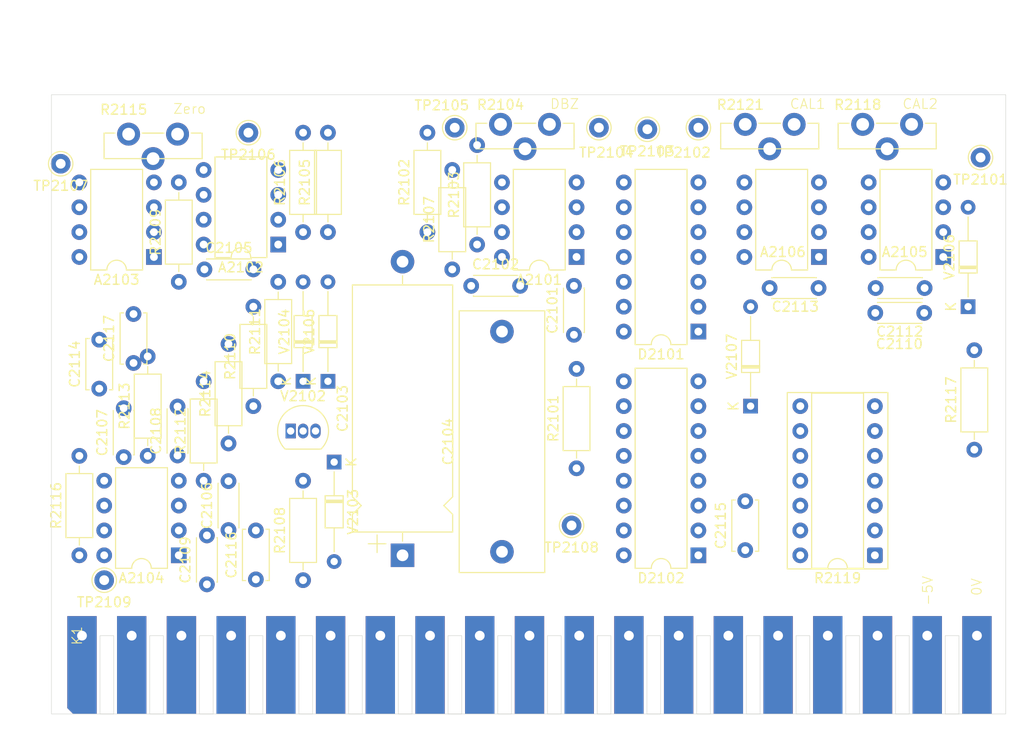
<source format=kicad_pcb>
(kicad_pcb (version 20241229) (generator "pcbnew") (generator_version "9.0")
  (title_block (title "PM2528 N21 (ADC Analog)") (date "2024-08-29") (rev "1.0"))
  (layers (0 "F.Cu" signal) (2 "B.Cu" signal) (5 "F.SilkS" user "F.Silkscreen") (7 "B.SilkS" user "B.Silkscreen") (1 "F.Mask" user) (3 "B.Mask" user) (25 "Edge.Cuts" user))
  (net 0 "")
  (net 1 "Net-(A2102-C{slash}B)")
  (net 2 "-15V")
  (net 3 "Net-(A2102-BAL)")
  (net 7 "-5V")
  (net 8 "Net-(V2101-1S)")
  (net 9 "Net-(V2101-2S)")
  (net 10 "+15V")
  (net 12 "Net-(A2105--)")
  (net 13 "Net-(V2106-A)")
  (net 15 "Net-(A2105-~{DISABLE})")
  (net 16 "Net-(A2105-+)")
  (net 17 "Net-(A2105-LOGIC_REFERENCE)")
  (net 18 "Net-(V2107-A)")
  (net 19 "Net-(A2106-LOGIC_REFERENCE)")
  (net 21 "Net-(A2106-+)")
  (net 22 "Net-(A2106-~{DISABLE})")
  (net 23 "Net-(C2111-Pad1)")
  (net 24 "Net-(D2101-Pad1)")
  (net 25 "Net-(A2101-+)")
  (net 26 "/xAZ")
  (net 27 "/xDN-")
  (net 28 "GND3")
  (net 29 "GND4")
  (net 30 "/xDN+")
  (net 31 "/xUP")
  (net 32 "+5V")
  (net 35 "Net-(R2119-Pad1)")
  (net 37 "Net-(V2107-K)")
  (net 38 "Net-(A2101--)")
  (net 39 "Net-(A2103-Pad6)")
  (net 40 "Net-(V2102-D)")
  (net 41 "Net-(V2102-G)")
  (net 42 "Net-(V2101-2G)")
  (net 47 "Net-(A2104-+)")
  (net 48 "Net-(A2104--)")
  (net 49 "Net-(A2104-BAL)")
  (net 50 "Net-(R2120-Pad2)")
  (net 51 "Net-(R2103-Pad1)")
  (net 52 "Net-(R2118-Pad1)")
  (net 53 "Net-(R2114-Pad2)")
  (net 57 "Net-(V2101-1G)")
  (net 58 "Net-(V2101-1D)")
  (net 59 "Net-(A2103--)")
  (net 63 "/+2VRef")
  (net 64 "/UP")
  (net 65 "/AZ")
  (net 66 "/DN-")
  (net 67 "/DN+")
  (net 68 "/INPUT")
  (net 69 "/COMP")
  (footprint "Resistor_THT:R_Axial_DIN0207_L6.3mm_D2.5mm_P10.16mm_Horizontal" (layer "F.Cu") (at 131.826 80.01 90)
    (property "Reference" "R2106" (at 5.08 -2.37 90) (layer "F.SilkS"))
    (property "Value" "82k5")
    (pad "1" thru_hole circle (at 0 0 90) (size 1.6 1.6) (drill 0.8) (layers "*.Cu" "*.Mask") (net 9 "Net-(V2101-2S)"))
    (pad "2" thru_hole oval (at 10.16 0 90) (size 1.6 1.6) (drill 0.8) (layers "*.Cu" "*.Mask") (net 2 "-15V"))
  )
  (footprint "Resistor_THT:R_Axial_DIN0207_L6.3mm_D2.5mm_P10.16mm_Horizontal" (layer "F.Cu") (at 134.366 80.01 90)
    (property "Reference" "R2105" (at 5.08 -2.37 90) (layer "F.SilkS"))
    (property "Value" "82k5")
    (pad "1" thru_hole circle (at 0 0 90) (size 1.6 1.6) (drill 0.8) (layers "*.Cu" "*.Mask") (net 8 "Net-(V2101-1S)"))
    (pad "2" thru_hole oval (at 10.16 0 90) (size 1.6 1.6) (drill 0.8) (layers "*.Cu" "*.Mask") (net 2 "-15V"))
  )
  (footprint "Diode_THT:D_DO-34_SOD68_P10.16mm_Horizontal" (layer "F.Cu") (at 135.001 103.505 -90)
    (property "Reference" "V2103" (at 5.08 -1.92 90) (layer "F.SilkS"))
    (property "Value" "BAW62")
    (fp_text user "K" (at 0 -1.75 90) (layer "F.SilkS"))
    (pad "1" thru_hole rect (at 0 0 270) (size 1.5 1.5) (drill 0.75) (layers "*.Cu" "*.Mask") (net 26 "/xAZ"))
    (pad "2" thru_hole oval (at 10.16 0 270) (size 1.5 1.5) (drill 0.75) (layers "*.Cu" "*.Mask") (net 41 "Net-(V2102-G)"))
  )
  (footprint "Connector_Pin:Pin_D1.0mm_L10.0mm" (layer "F.Cu") (at 111.506 115.57)
    (property "Reference" "TP2109" (at 0 2.25 0) (layer "F.SilkS"))
    (property "Value" "Comp")
    (pad "1" thru_hole circle (at 0 0) (size 2 2) (drill 1) (layers "*.Cu" "*.Mask") (net 69 "/COMP"))
  )
  (footprint "Package_DIP:DIP-14_W7.62mm" (layer "F.Cu") (at 172.212 90.17 180)
    (property "Reference" "D2101" (at 3.81 -2.33 0) (layer "F.SilkS"))
    (property "Value" "HEF4066")
    (pad "1" thru_hole rect (at 0 0 180) (size 1.6 1.6) (drill 0.8) (layers "*.Cu" "*.Mask") (net 24 "Net-(D2101-Pad1)"))
    (pad "2" thru_hole oval (at 0 2.54 180) (size 1.6 1.6) (drill 0.8) (layers "*.Cu" "*.Mask") (net 25 "Net-(A2101-+)"))
    (pad "3" thru_hole oval (at 0 5.08 180) (size 1.6 1.6) (drill 0.8) (layers "*.Cu" "*.Mask") (net 25 "Net-(A2101-+)"))
    (pad "4" thru_hole oval (at 0 7.62 180) (size 1.6 1.6) (drill 0.8) (layers "*.Cu" "*.Mask") (net 28 "GND3"))
    (pad "5" thru_hole oval (at 0 10.16 180) (size 1.6 1.6) (drill 0.8) (layers "*.Cu" "*.Mask") (net 26 "/xAZ"))
    (pad "6" thru_hole oval (at 0 12.7 180) (size 1.6 1.6) (drill 0.8) (layers "*.Cu" "*.Mask") (net 27 "/xDN-"))
    (pad "7" thru_hole oval (at 0 15.24 180) (size 1.6 1.6) (drill 0.8) (layers "*.Cu" "*.Mask") (net 7 "-5V"))
    (pad "8" thru_hole oval (at 7.62 15.24 180) (size 1.6 1.6) (drill 0.8) (layers "*.Cu" "*.Mask") (net 23 "Net-(C2111-Pad1)"))
    (pad "9" thru_hole oval (at 7.62 12.7 180) (size 1.6 1.6) (drill 0.8) (layers "*.Cu" "*.Mask") (net 25 "Net-(A2101-+)"))
    (pad "10" thru_hole oval (at 7.62 10.16 180) (size 1.6 1.6) (drill 0.8) (layers "*.Cu" "*.Mask") (net 25 "Net-(A2101-+)"))
    (pad "11" thru_hole oval (at 7.62 7.62 180) (size 1.6 1.6) (drill 0.8) (layers "*.Cu" "*.Mask") (net 63 "/+2VRef"))
    (pad "12" thru_hole oval (at 7.62 5.08 180) (size 1.6 1.6) (drill 0.8) (layers "*.Cu" "*.Mask") (net 30 "/xDN+"))
    (pad "13" thru_hole oval (at 7.62 2.54 180) (size 1.6 1.6) (drill 0.8) (layers "*.Cu" "*.Mask") (net 31 "/xUP"))
    (pad "14" thru_hole oval (at 7.62 0 180) (size 1.6 1.6) (drill 0.8) (layers "*.Cu" "*.Mask") (net 29 "GND4"))
  )
  (footprint "Capacitor_THT:C_Disc_D5.0mm_W2.5mm_P5.00mm" (layer "F.Cu") (at 114.5 93.38 90)
    (property "Reference" "C2117" (at 2.5 -2.5 90) (layer "F.SilkS"))
    (property "Value" "6u8")
    (pad "1" thru_hole circle (at 0 0 90) (size 1.6 1.6) (drill 0.8) (layers "*.Cu" "*.Mask") (net 29 "GND4"))
    (pad "2" thru_hole circle (at 5 0 90) (size 1.6 1.6) (drill 0.8) (layers "*.Cu" "*.Mask") (net 2 "-15V"))
  )
  (footprint "Connector_Pin:Pin_D1.0mm_L10.0mm" (layer "F.Cu") (at 159.258 109.982)
    (property "Reference" "TP2108" (at 0 2.25 0) (layer "F.SilkS"))
    (property "Value" "Input")
    (pad "1" thru_hole circle (at 0 0) (size 2 2) (drill 1) (layers "*.Cu" "*.Mask") (net 68 "/INPUT"))
  )
  (footprint "Capacitor_THT:CP_Axial_L25.0mm_D10.0mm_P30.00mm_Horizontal" (layer "F.Cu") (at 141.986 113.03 90)
    (property "Reference" "C2103" (at 15 -6.12 90) (layer "F.SilkS"))
    (property "Value" "162n")
    (pad "1" thru_hole rect (at 0 0 90) (size 2.4 2.4) (drill 1.2) (layers "*.Cu" "*.Mask") (net 3 "Net-(A2102-BAL)"))
    (pad "2" thru_hole oval (at 30 0 90) (size 2.4 2.4) (drill 1.2) (layers "*.Cu" "*.Mask") (net 57 "Net-(V2101-1G)"))
  )
  (footprint "Connector_Pin:Pin_D1.0mm_L10.0mm" (layer "F.Cu") (at 201.041 72.39)
    (property "Reference" "TP2101" (at 0 2.25 0) (layer "F.SilkS"))
    (property "Value" "+2Vref")
    (pad "1" thru_hole circle (at 0 0) (size 2 2) (drill 1) (layers "*.Cu" "*.Mask") (net 63 "/+2VRef"))
  )
  (footprint "Capacitor_THT:C_Disc_D4.3mm_W1.9mm_P5.00mm" (layer "F.Cu") (at 119 102.83 90)
    (property "Reference" "C2108" (at 2.5 -2.2 90) (layer "F.SilkS"))
    (property "Value" "22n")
    (pad "1" thru_hole circle (at 0 0 90) (size 1.6 1.6) (drill 0.8) (layers "*.Cu" "*.Mask") (net 29 "GND4"))
    (pad "2" thru_hole circle (at 5 0 90) (size 1.6 1.6) (drill 0.8) (layers "*.Cu" "*.Mask") (net 2 "-15V"))
  )
  (footprint "Capacitor_THT:C_Disc_D4.3mm_W1.9mm_P5.00mm" (layer "F.Cu") (at 113.5 103 90)
    (property "Reference" "C2107" (at 2.5 -2.2 90) (layer "F.SilkS"))
    (property "Value" "22n")
    (pad "1" thru_hole circle (at 0 0 90) (size 1.6 1.6) (drill 0.8) (layers "*.Cu" "*.Mask") (net 10 "+15V"))
    (pad "2" thru_hole circle (at 5 0 90) (size 1.6 1.6) (drill 0.8) (layers "*.Cu" "*.Mask") (net 29 "GND4"))
  )
  (footprint "Capacitor_THT:C_Disc_D5.0mm_W2.5mm_P5.00mm" (layer "F.Cu") (at 177 112.5 90)
    (property "Reference" "C2115" (at 2.5 -2.5 90) (layer "F.SilkS"))
    (property "Value" "22u")
    (pad "1" thru_hole circle (at 0 0 90) (size 1.6 1.6) (drill 0.8) (layers "*.Cu" "*.Mask") (net 32 "+5V"))
    (pad "2" thru_hole circle (at 5 0 90) (size 1.6 1.6) (drill 0.8) (layers "*.Cu" "*.Mask") (net 29 "GND4"))
  )
  (footprint "Resistor_THT:R_Axial_DIN0207_L6.3mm_D2.5mm_P10.16mm_Horizontal" (layer "F.Cu") (at 129.286 95.25 90)
    (property "Reference" "R2111" (at 5.08 -2.37 90) (layer "F.SilkS"))
    (property "Value" "5k9")
    (pad "1" thru_hole circle (at 0 0 90) (size 1.6 1.6) (drill 0.8) (layers "*.Cu" "*.Mask") (net 40 "Net-(V2102-D)"))
    (pad "2" thru_hole oval (at 10.16 0 90) (size 1.6 1.6) (drill 0.8) (layers "*.Cu" "*.Mask") (net 39 "Net-(A2103-Pad6)"))
  )
  (footprint "Package_DIP:DIP-16_W7.62mm" (layer "F.Cu") (at 172.212 113.03 180)
    (property "Reference" "D2102" (at 3.81 -2.33 0) (layer "F.SilkS"))
    (property "Value" "HEF4104")
    (pad "1" thru_hole rect (at 0 0 180) (size 1.6 1.6) (drill 0.8) (layers "*.Cu" "*.Mask") (net 32 "+5V"))
    (pad "2" thru_hole oval (at 0 2.54 180) (size 1.6 1.6) (drill 0.8) (layers "*.Cu" "*.Mask"))
    (pad "3" thru_hole oval (at 0 5.08 180) (size 1.6 1.6) (drill 0.8) (layers "*.Cu" "*.Mask") (net 27 "/xDN-"))
    (pad "4" thru_hole oval (at 0 7.62 180) (size 1.6 1.6) (drill 0.8) (layers "*.Cu" "*.Mask") (net 66 "/DN-"))
    (pad "5" thru_hole oval (at 0 10.16 180) (size 1.6 1.6) (drill 0.8) (layers "*.Cu" "*.Mask") (net 65 "/AZ"))
    (pad "6" thru_hole oval (at 0 12.7 180) (size 1.6 1.6) (drill 0.8) (layers "*.Cu" "*.Mask") (net 26 "/xAZ"))
    (pad "7" thru_hole oval (at 0 15.24 180) (size 1.6 1.6) (drill 0.8) (layers "*.Cu" "*.Mask"))
    (pad "8" thru_hole oval (at 0 17.78 180) (size 1.6 1.6) (drill 0.8) (layers "*.Cu" "*.Mask") (net 7 "-5V"))
    (pad "9" thru_hole oval (at 7.62 17.78 180) (size 1.6 1.6) (drill 0.8) (layers "*.Cu" "*.Mask"))
    (pad "10" thru_hole oval (at 7.62 15.24 180) (size 1.6 1.6) (drill 0.8) (layers "*.Cu" "*.Mask") (net 31 "/xUP"))
    (pad "11" thru_hole oval (at 7.62 12.7 180) (size 1.6 1.6) (drill 0.8) (layers "*.Cu" "*.Mask") (net 64 "/UP"))
    (pad "12" thru_hole oval (at 7.62 10.16 180) (size 1.6 1.6) (drill 0.8) (layers "*.Cu" "*.Mask") (net 67 "/DN+"))
    (pad "13" thru_hole oval (at 7.62 7.62 180) (size 1.6 1.6) (drill 0.8) (layers "*.Cu" "*.Mask") (net 30 "/xDN+"))
    (pad "14" thru_hole oval (at 7.62 5.08 180) (size 1.6 1.6) (drill 0.8) (layers "*.Cu" "*.Mask"))
    (pad "15" thru_hole oval (at 7.62 2.54 180) (size 1.6 1.6) (drill 0.8) (layers "*.Cu" "*.Mask") (net 28 "GND3"))
    (pad "16" thru_hole oval (at 7.62 0 180) (size 1.6 1.6) (drill 0.8) (layers "*.Cu" "*.Mask") (net 28 "GND3"))
  )
  (footprint "Capacitor_THT:C_Disc_D4.3mm_W1.9mm_P5.00mm" (layer "F.Cu") (at 179.491 85.725)
    (property "Reference" "C2113" (at 2.627 1.905 0) (layer "F.SilkS"))
    (property "Value" "33p")
    (pad "1" thru_hole circle (at 0 0) (size 1.6 1.6) (drill 0.8) (layers "*.Cu" "*.Mask") (net 22 "Net-(A2106-~{DISABLE})"))
    (pad "2" thru_hole circle (at 5 0) (size 1.6 1.6) (drill 0.8) (layers "*.Cu" "*.Mask") (net 19 "Net-(A2106-LOGIC_REFERENCE)"))
  )
  (footprint "Connector_Pin:Pin_D1.0mm_L10.0mm" (layer "F.Cu") (at 172.212 69.342)
    (property "Reference" "TP2102" (at -1.524 2.54 0) (layer "F.SilkS"))
    (property "Value" "-2Vref")
    (pad "1" thru_hole circle (at 0 0) (size 2 2) (drill 1) (layers "*.Cu" "*.Mask") (net 23 "Net-(C2111-Pad1)"))
  )
  (footprint "PM2528:Potentiometer horizontal ceramic" (layer "F.Cu") (at 119 70 -90)
    (property "Reference" "R2115" (at -2.5 5.5 180) (layer "F.SilkS"))
    (property "Value" "47k")
    (pad "1" thru_hole circle (at 0 0 270) (size 2.34 2.34) (drill 1.3) (layers "*.Cu" "*.Mask") (net 10 "+15V"))
    (pad "2" thru_hole circle (at 2.5 2.5 270) (size 2.34 2.34) (drill 1.3) (layers "*.Cu" "*.Mask") (net 53 "Net-(R2114-Pad2)"))
    (pad "3" thru_hole circle (at 0 5 270) (size 2.34 2.34) (drill 1.3) (layers "*.Cu" "*.Mask") (net 2 "-15V"))
  )
  (footprint "Resistor_THT:R_Axial_DIN0207_L6.3mm_D2.5mm_P10.16mm_Horizontal" (layer "F.Cu") (at 119.126 85.09 90)
    (property "Reference" "R2109" (at 5.08 -2.37 90) (layer "F.SilkS"))
    (property "Value" "5k9")
    (pad "1" thru_hole circle (at 0 0 90) (size 1.6 1.6) (drill 0.8) (layers "*.Cu" "*.Mask") (net 3 "Net-(A2102-BAL)"))
    (pad "2" thru_hole oval (at 10.16 0 90) (size 1.6 1.6) (drill 0.8) (layers "*.Cu" "*.Mask") (net 59 "Net-(A2103--)"))
  )
  (footprint "Resistor_THT:R_Axial_DIN0207_L6.3mm_D2.5mm_P10.16mm_Horizontal" (layer "F.Cu") (at 108.966 113.03 90)
    (property "Reference" "R2116" (at 5.08 -2.37 90) (layer "F.SilkS"))
    (property "Value" "1k05")
    (pad "1" thru_hole circle (at 0 0 90) (size 1.6 1.6) (drill 0.8) (layers "*.Cu" "*.Mask") (net 29 "GND4"))
    (pad "2" thru_hole oval (at 10.16 0 90) (size 1.6 1.6) (drill 0.8) (layers "*.Cu" "*.Mask") (net 69 "/COMP"))
  )
  (footprint "Resistor_THT:R_Axial_DIN0207_L6.3mm_D2.5mm_P10.16mm_Horizontal" (layer "F.Cu") (at 124.206 101.6 90)
    (property "Reference" "R2114" (at 5.08 -2.37 90) (layer "F.SilkS"))
    (property "Value" "442k")
    (pad "1" thru_hole circle (at 0 0 90) (size 1.6 1.6) (drill 0.8) (layers "*.Cu" "*.Mask") (net 47 "Net-(A2104-+)"))
    (pad "2" thru_hole oval (at 10.16 0 90) (size 1.6 1.6) (drill 0.8) (layers "*.Cu" "*.Mask") (net 53 "Net-(R2114-Pad2)"))
  )
  (footprint "Package_DIP:DIP-14_W7.62mm_Socket" (layer "F.Cu") (at 190.246 113.03 180)
    (property "Reference" "R2119" (at 3.81 -2.33 180) (layer "F.SilkS"))
    (property "Value" "~")
    (pad "1" thru_hole roundrect (at 0 0 180) (size 1.6 1.6) (drill 0.8) (layers "*.Cu" "*.Mask") (roundrect_rratio 0.15625) (net 35 "Net-(R2119-Pad1)"))
    (pad "2" thru_hole circle (at 0 2.54 180) (size 1.6 1.6) (drill 0.8) (layers "*.Cu" "*.Mask") (net 35 "Net-(R2119-Pad1)"))
    (pad "3" thru_hole circle (at 0 5.08 180) (size 1.6 1.6) (drill 0.8) (layers "*.Cu" "*.Mask"))
    (pad "4" thru_hole circle (at 0 7.62 180) (size 1.6 1.6) (drill 0.8) (layers "*.Cu" "*.Mask") (net 12 "Net-(A2105--)"))
    (pad "5" thru_hole circle (at 0 10.16 180) (size 1.6 1.6) (drill 0.8) (layers "*.Cu" "*.Mask") (net 52 "Net-(R2118-Pad1)"))
    (pad "6" thru_hole circle (at 0 12.7 180) (size 1.6 1.6) (drill 0.8) (layers "*.Cu" "*.Mask") (net 16 "Net-(A2105-+)"))
    (pad "7" thru_hole circle (at 0 15.24 180) (size 1.6 1.6) (drill 0.8) (layers "*.Cu" "*.Mask") (net 37 "Net-(V2107-K)"))
    (pad "8" thru_hole circle (at 7.62 15.24 180) (size 1.6 1.6) (drill 0.8) (layers "*.Cu" "*.Mask") (net 63 "/+2VRef"))
    (pad "9" thru_hole circle (at 7.62 12.7 180) (size 1.6 1.6) (drill 0.8) (layers "*.Cu" "*.Mask") (net 21 "Net-(A2106-+)"))
    (pad "10" thru_hole circle (at 7.62 10.16 180) (size 1.6 1.6) (drill 0.8) (layers "*.Cu" "*.Mask") (net 28 "GND3"))
    (pad "11" thru_hole circle (at 7.62 7.62 180) (size 1.6 1.6) (drill 0.8) (layers "*.Cu" "*.Mask") (net 52 "Net-(R2118-Pad1)"))
    (pad "12" thru_hole circle (at 7.62 5.08 180) (size 1.6 1.6) (drill 0.8) (layers "*.Cu" "*.Mask") (net 23 "Net-(C2111-Pad1)"))
    (pad "13" thru_hole circle (at 7.62 2.54 180) (size 1.6 1.6) (drill 0.8) (layers "*.Cu" "*.Mask") (net 35 "Net-(R2119-Pad1)"))
    (pad "14" thru_hole circle (at 7.62 0 180) (size 1.6 1.6) (drill 0.8) (layers "*.Cu" "*.Mask") (net 35 "Net-(R2119-Pad1)"))
  )
  (footprint "Connector_Pin:Pin_D1.0mm_L10.0mm" (layer "F.Cu") (at 107.061 73.025)
    (property "Reference" "TP2107" (at 0 2.25 0) (layer "F.SilkS"))
    (property "Value" "Slope Amp")
    (pad "1" thru_hole circle (at 0 0) (size 2 2) (drill 1) (layers "*.Cu" "*.Mask") (net 39 "Net-(A2103-Pad6)"))
  )
  (footprint "Capacitor_THT:C_Disc_D4.3mm_W1.9mm_P5.00mm" (layer "F.Cu") (at 159.5 90.5 90)
    (property "Reference" "C2101" (at 2.5 -2.2 90) (layer "F.SilkS"))
    (property "Value" "10n")
    (pad "1" thru_hole circle (at 0 0 90) (size 1.6 1.6) (drill 0.8) (layers "*.Cu" "*.Mask") (net 29 "GND4"))
    (pad "2" thru_hole circle (at 5 0 90) (size 1.6 1.6) (drill 0.8) (layers "*.Cu" "*.Mask") (net 10 "+15V"))
  )
  (footprint "Package_DIP:DIP-8_W7.62mm" (layer "F.Cu") (at 119.126 113.03 180)
    (property "Reference" "A2104" (at 3.81 -2.33 0) (layer "F.SilkS"))
    (property "Value" "LM311N")
    (pad "1" thru_hole rect (at 0 0 180) (size 1.6 1.6) (drill 0.8) (layers "*.Cu" "*.Mask") (net 7 "-5V"))
    (pad "2" thru_hole oval (at 0 2.54 180) (size 1.6 1.6) (drill 0.8) (layers "*.Cu" "*.Mask") (net 47 "Net-(A2104-+)"))
    (pad "3" thru_hole oval (at 0 5.08 180) (size 1.6 1.6) (drill 0.8) (layers "*.Cu" "*.Mask") (net 48 "Net-(A2104--)"))
    (pad "4" thru_hole oval (at 0 7.62 180) (size 1.6 1.6) (drill 0.8) (layers "*.Cu" "*.Mask") (net 2 "-15V"))
    (pad "5" thru_hole oval (at 7.62 7.62 180) (size 1.6 1.6) (drill 0.8) (layers "*.Cu" "*.Mask") (net 49 "Net-(A2104-BAL)"))
    (pad "6" thru_hole oval (at 7.62 5.08 180) (size 1.6 1.6) (drill 0.8) (layers "*.Cu" "*.Mask") (net 49 "Net-(A2104-BAL)"))
    (pad "7" thru_hole oval (at 7.62 2.54 180) (size 1.6 1.6) (drill 0.8) (layers "*.Cu" "*.Mask") (net 69 "/COMP"))
    (pad "8" thru_hole oval (at 7.62 0 180) (size 1.6 1.6) (drill 0.8) (layers "*.Cu" "*.Mask") (net 10 "+15V"))
  )
  (footprint "Diode_THT:D_DO-34_SOD68_P10.16mm_Horizontal" (layer "F.Cu") (at 199.771 87.63 90)
    (property "Reference" "V2106" (at 5.08 -1.92 90) (layer "F.SilkS"))
    (property "Value" "BAW62")
    (fp_text user "K" (at 0 -1.75 90) (layer "F.SilkS"))
    (pad "1" thru_hole rect (at 0 0 90) (size 1.5 1.5) (drill 0.75) (layers "*.Cu" "*.Mask") (net 63 "/+2VRef"))
    (pad "2" thru_hole oval (at 10.16 0 90) (size 1.5 1.5) (drill 0.75) (layers "*.Cu" "*.Mask") (net 13 "Net-(V2106-A)"))
  )
  (footprint "Resistor_THT:R_Axial_DIN0207_L6.3mm_D2.5mm_P10.16mm_Horizontal" (layer "F.Cu") (at 159.766 104.14 90)
    (property "Reference" "R2101" (at 5.08 -2.37 90) (layer "F.SilkS"))
    (property "Value" "8k66")
    (pad "1" thru_hole circle (at 0 0 90) (size 1.6 1.6) (drill 0.8) (layers "*.Cu" "*.Mask") (net 68 "/INPUT"))
    (pad "2" thru_hole oval (at 10.16 0 90) (size 1.6 1.6) (drill 0.8) (layers "*.Cu" "*.Mask") (net 24 "Net-(D2101-Pad1)"))
  )
  (footprint "PM2528:Potentiometer horizontal ceramic" (layer "F.Cu") (at 157 69 -90)
    (property "Reference" "R2104" (at -2 5 180) (layer "F.SilkS"))
    (property "Value" "680k")
    (pad "1" thru_hole circle (at 0 0 270) (size 2.34 2.34) (drill 1.3) (layers "*.Cu" "*.Mask") (net 47 "Net-(A2104-+)"))
    (pad "2" thru_hole circle (at 2.5 2.5 270) (size 2.34 2.34) (drill 1.3) (layers "*.Cu" "*.Mask") (net 47 "Net-(A2104-+)"))
    (pad "3" thru_hole circle (at 0 5 270) (size 2.34 2.34) (drill 1.3) (layers "*.Cu" "*.Mask") (net 51 "Net-(R2103-Pad1)"))
  )
  (footprint "Connector_Pin:Pin_D1.0mm_L10.0mm" (layer "F.Cu") (at 167 69.5)
    (property "Reference" "TP2103" (at 0 2.25 0) (layer "F.SilkS"))
    (property "Value" "0Vref")
    (pad "1" thru_hole circle (at 0 0) (size 2 2) (drill 1) (layers "*.Cu" "*.Mask") (net 28 "GND3"))
  )
  (footprint "Resistor_THT:R_Axial_DIN0207_L6.3mm_D2.5mm_P10.16mm_Horizontal" (layer "F.Cu") (at 144.526 80.01 90)
    (property "Reference" "R2102" (at 5.08 -2.37 90) (layer "F.SilkS"))
    (property "Value" "140k")
    (pad "1" thru_hole circle (at 0 0 90) (size 1.6 1.6) (drill 0.8) (layers "*.Cu" "*.Mask") (net 57 "Net-(V2101-1G)"))
    (pad "2" thru_hole oval (at 10.16 0 90) (size 1.6 1.6) (drill 0.8) (layers "*.Cu" "*.Mask") (net 38 "Net-(A2101--)"))
  )
  (footprint "Package_DIP:DIP-8_W7.62mm" (layer "F.Cu") (at 129.286 81.28 180)
    (property "Reference" "A2102" (at 3.81 -2.33 0) (layer "F.SilkS"))
    (property "Value" "LM201AN")
    (pad "1" thru_hole rect (at 0 0 180) (size 1.6 1.6) (drill 0.8) (layers "*.Cu" "*.Mask") (net 3 "Net-(A2102-BAL)"))
    (pad "2" thru_hole oval (at 0 2.54 180) (size 1.6 1.6) (drill 0.8) (layers "*.Cu" "*.Mask"))
    (pad "3" thru_hole oval (at 0 5.08 180) (size 1.6 1.6) (drill 0.8) (layers "*.Cu" "*.Mask"))
    (pad "4" thru_hole oval (at 0 7.62 180) (size 1.6 1.6) (drill 0.8) (layers "*.Cu" "*.Mask") (net 2 "-15V"))
    (pad "5" thru_hole oval (at 7.62 7.62 180) (size 1.6 1.6) (drill 0.8) (layers "*.Cu" "*.Mask"))
    (pad "6" thru_hole oval (at 7.62 5.08 180) (size 1.6 1.6) (drill 0.8) (layers "*.Cu" "*.Mask") (net 3 "Net-(A2102-BAL)"))
    (pad "7" thru_hole oval (at 7.62 2.54 180) (size 1.6 1.6) (drill 0.8) (layers "*.Cu" "*.Mask") (net 10 "+15V"))
    (pad "8" thru_hole oval (at 7.62 0 180) (size 1.6 1.6) (drill 0.8) (layers "*.Cu" "*.Mask") (net 1 "Net-(A2102-C{slash}B)"))
  )
  (footprint "Capacitor_THT:C_Disc_D4.3mm_W1.9mm_P5.00mm" (layer "F.Cu") (at 190.326 85.725)
    (property "Reference" "C2112" (at 2.46 4.445 0) (layer "F.SilkS"))
    (property "Value" "33p")
    (pad "1" thru_hole circle (at 0 0) (size 1.6 1.6) (drill 0.8) (layers "*.Cu" "*.Mask") (net 15 "Net-(A2105-~{DISABLE})"))
    (pad "2" thru_hole circle (at 5 0) (size 1.6 1.6) (drill 0.8) (layers "*.Cu" "*.Mask") (net 17 "Net-(A2105-LOGIC_REFERENCE)"))
  )
  (footprint "Package_DIP:DIP-8_W7.62mm" (layer "F.Cu") (at 184.531 82.55 180)
    (property "Reference" "A2106" (at 3.683 0.508 0) (layer "F.SilkS"))
    (property "Value" "LM201AN")
    (pad "1" thru_hole rect (at 0 0 180) (size 1.6 1.6) (drill 0.8) (layers "*.Cu" "*.Mask") (net 19 "Net-(A2106-LOGIC_REFERENCE)"))
    (pad "2" thru_hole oval (at 0 2.54 180) (size 1.6 1.6) (drill 0.8) (layers "*.Cu" "*.Mask") (net 12 "Net-(A2105--)"))
    (pad "3" thru_hole oval (at 0 5.08 180) (size 1.6 1.6) (drill 0.8) (layers "*.Cu" "*.Mask") (net 21 "Net-(A2106-+)"))
    (pad "4" thru_hole oval (at 0 7.62 180) (size 1.6 1.6) (drill 0.8) (layers "*.Cu" "*.Mask") (net 2 "-15V"))
    (pad "5" thru_hole oval (at 7.62 7.62 180) (size 1.6 1.6) (drill 0.8) (layers "*.Cu" "*.Mask"))
    (pad "6" thru_hole oval (at 7.62 5.08 180) (size 1.6 1.6) (drill 0.8) (layers "*.Cu" "*.Mask") (net 18 "Net-(V2107-A)"))
    (pad "7" thru_hole oval (at 7.62 2.54 180) (size 1.6 1.6) (drill 0.8) (layers "*.Cu" "*.Mask") (net 10 "+15V"))
    (pad "8" thru_hole oval (at 7.62 0 180) (size 1.6 1.6) (drill 0.8) (layers "*.Cu" "*.Mask") (net 22 "Net-(A2106-~{DISABLE})"))
  )
  (footprint "Diode_THT:D_DO-34_SOD68_P10.16mm_Horizontal" (layer "F.Cu") (at 131.826 95.25 90)
    (property "Reference" "V2104" (at 5.08 -1.92 90) (layer "F.SilkS"))
    (property "Value" "BAW62")
    (fp_text user "K" (at 0 -1.75 90) (layer "F.SilkS"))
    (pad "1" thru_hole rect (at 0 0 90) (size 1.5 1.5) (drill 0.75) (layers "*.Cu" "*.Mask") (net 29 "GND4"))
    (pad "2" thru_hole oval (at 10.16 0 90) (size 1.5 1.5) (drill 0.75) (layers "*.Cu" "*.Mask") (net 40 "Net-(V2102-D)"))
  )
  (footprint "Resistor_THT:R_Axial_DIN0207_L6.3mm_D2.5mm_P10.16mm_Horizontal" (layer "F.Cu") (at 115.951 102.87 90)
    (property "Reference" "R2113" (at 5.08 -2.37 90) (layer "F.SilkS"))
    (property "Value" "442")
    (pad "1" thru_hole circle (at 0 0 90) (size 1.6 1.6) (drill 0.8) (layers "*.Cu" "*.Mask") (net 47 "Net-(A2104-+)"))
    (pad "2" thru_hole oval (at 10.16 0 90) (size 1.6 1.6) (drill 0.8) (layers "*.Cu" "*.Mask") (net 28 "GND3"))
  )
  (footprint "Capacitor_THT:C_Disc_D4.3mm_W1.9mm_P5.00mm" (layer "F.Cu") (at 124.206 110.45 90)
    (property "Reference" "C2106" (at 2.5 -2.2 90) (layer "F.SilkS"))
    (property "Value" "220p")
    (pad "1" thru_hole circle (at 0 0 90) (size 1.6 1.6) (drill 0.8) (layers "*.Cu" "*.Mask") (net 48 "Net-(A2104--)"))
    (pad "2" thru_hole circle (at 5 0 90) (size 1.6 1.6) (drill 0.8) (layers "*.Cu" "*.Mask") (net 47 "Net-(A2104-+)"))
  )
  (footprint "Capacitor_THT:C_Disc_D4.3mm_W1.9mm_P5.00mm" (layer "F.Cu") (at 122 116 90)
    (property "Reference" "C2109" (at 2.5 -2.2 90) (layer "F.SilkS"))
    (property "Value" "22n")
    (pad "1" thru_hole circle (at 0 0 90) (size 1.6 1.6) (drill 0.8) (layers "*.Cu" "*.Mask") (net 29 "GND4"))
    (pad "2" thru_hole circle (at 5 0 90) (size 1.6 1.6) (drill 0.8) (layers "*.Cu" "*.Mask") (net 7 "-5V"))
  )
  (footprint "Resistor_THT:R_Axial_DIN0207_L6.3mm_D2.5mm_P10.16mm_Horizontal" (layer "F.Cu") (at 149.606 81.28 90)
    (property "Reference" "R2103" (at 5.08 -2.37 90) (layer "F.SilkS"))
    (property "Value" "64k9")
    (pad "1" thru_hole circle (at 0 0 90) (size 1.6 1.6) (drill 0.8) (layers "*.Cu" "*.Mask") (net 51 "Net-(R2103-Pad1)"))
    (pad "2" thru_hole oval (at 10.16 0 90) (size 1.6 1.6) (drill 0.8) (layers "*.Cu" "*.Mask") (net 38 "Net-(A2101--)"))
  )
  (footprint "Resistor_THT:R_Axial_DIN0207_L6.3mm_D2.5mm_P10.16mm_Horizontal" (layer "F.Cu") (at 147.066 83.82 90)
    (property "Reference" "R2107" (at 5.08 -2.37 90) (layer "F.SilkS"))
    (property "Value" "24k9")
    (pad "1" thru_hole circle (at 0 0 90) (size 1.6 1.6) (drill 0.8) (layers "*.Cu" "*.Mask") (net 10 "+15V"))
    (pad "2" thru_hole oval (at 10.16 0 90) (size 1.6 1.6) (drill 0.8) (layers "*.Cu" "*.Mask") (net 58 "Net-(V2101-1D)"))
  )
  (footprint "Resistor_THT:R_Axial_DIN0207_L6.3mm_D2.5mm_P10.16mm_Horizontal" (layer "F.Cu") (at 126.746 97.79 90)
    (property "Reference" "R2110" (at 5.08 -2.37 90) (layer "F.SilkS"))
    (property "Value" "121k")
    (pad "1" thru_hole circle (at 0 0 90) (size 1.6 1.6) (drill 0.8) (layers "*.Cu" "*.Mask") (net 59 "Net-(A2103--)"))
    (pad "2" thru_hole oval (at 10.16 0 90) (size 1.6 1.6) (drill 0.8) (layers "*.Cu" "*.Mask") (net 39 "Net-(A2103-Pad6)"))
  )
  (footprint "Capacitor_THT:C_Disc_D5.0mm_W2.5mm_P5.00mm" (layer "F.Cu") (at 127 115.49 90)
    (property "Reference" "C2116" (at 2.5 -2.5 90) (layer "F.SilkS"))
    (property "Value" "22u")
    (pad "1" thru_hole circle (at 0 0 90) (size 1.6 1.6) (drill 0.8) (layers "*.Cu" "*.Mask") (net 29 "GND4"))
    (pad "2" thru_hole circle (at 5 0 90) (size 1.6 1.6) (drill 0.8) (layers "*.Cu" "*.Mask") (net 7 "-5V"))
  )
  (footprint "Resistor_THT:R_Axial_DIN0207_L6.3mm_D2.5mm_P10.16mm_Horizontal" (layer "F.Cu") (at 121.666 105.41 90)
    (property "Reference" "R2112" (at 5.08 -2.37 90) (layer "F.SilkS"))
    (property "Value" "442")
    (pad "1" thru_hole circle (at 0 0 90) (size 1.6 1.6) (drill 0.8) (layers "*.Cu" "*.Mask") (net 39 "Net-(A2103-Pad6)"))
    (pad "2" thru_hole oval (at 10.16 0 90) (size 1.6 1.6) (drill 0.8) (layers "*.Cu" "*.Mask") (net 48 "Net-(A2104--)"))
  )
  (footprint "PM2528:PM2528_RiserCardConnector" (layer "F.Cu") (at 109.236 121.24 90)
    (property "Reference" "K1" (at 0 -0.5 90) (layer "F.SilkS") (effects (font (thickness 0.1))))
    (property "Value" "~")
    (fp_rect (start -8 1.84) (end 0 3.24) (stroke (width 0.05)) (fill no) (layer "Edge.Cuts"))
    (fp_rect (start -8 6.92) (end 0 8.32) (stroke (width 0.05)) (fill no) (layer "Edge.Cuts"))
    (fp_rect (start -8 12) (end 0 13.4) (stroke (width 0.05)) (fill no) (layer "Edge.Cuts"))
    (fp_rect (start -8 17.08) (end 0 18.48) (stroke (width 0.05)) (fill no) (layer "Edge.Cuts"))
    (fp_rect (start -8 22.16) (end 0 23.56) (stroke (width 0.05)) (fill no) (layer "Edge.Cuts"))
    (fp_rect (start -8 27.24) (end 0 28.64) (stroke (width 0.05)) (fill no) (layer "Edge.Cuts"))
    (fp_rect (start -8 32.32) (end 0 33.72) (stroke (width 0.05)) (fill no) (layer "Edge.Cuts"))
    (fp_rect (start -8 37.4) (end 0 38.8) (stroke (width 0.05)) (fill no) (layer "Edge.Cuts"))
    (fp_rect (start -8 42.48) (end 0 43.88) (stroke (width 0.05)) (fill no) (layer "Edge.Cuts"))
    (fp_rect (start -8 47.56) (end 0 48.96) (stroke (width 0.05)) (fill no) (layer "Edge.Cuts"))
    (fp_rect (start -8 52.64) (end 0 54.04) (stroke (width 0.05)) (fill no) (layer "Edge.Cuts"))
    (fp_rect (start -8 57.72) (end 0 59.12) (stroke (width 0.05)) (fill no) (layer "Edge.Cuts"))
    (fp_rect (start -8 62.8) (end 0 64.2) (stroke (width 0.05)) (fill no) (layer "Edge.Cuts"))
    (fp_rect (start -8 67.88) (end 0 69.28) (stroke (width 0.05)) (fill no) (layer "Edge.Cuts"))
    (fp_rect (start -8 72.96) (end 0 74.36) (stroke (width 0.05)) (fill no) (layer "Edge.Cuts"))
    (fp_rect (start -8 78.04) (end 0 79.44) (stroke (width 0.05)) (fill no) (layer "Edge.Cuts"))
    (fp_rect (start -8 83.12) (end 0 84.52) (stroke (width 0.05)) (fill no) (layer "Edge.Cuts"))
    (fp_rect (start -8 88.2) (end 0 89.6) (stroke (width 0.05)) (fill no) (layer "Edge.Cuts"))
    (fp_text user "0V" (at 4 92 90) (layer "F.SilkS") (effects (font (thickness 0.1)) (justify left bottom)))
    (fp_text user "-5V" (at 3 87 90) (layer "F.SilkS") (effects (font (thickness 0.1)) (justify left bottom)))
    (pad "1" thru_hole rect (at 0 91.44 90) (size 10 3) (drill 1 (offset -3 0)) (layers "*.Cu" "*.Mask") (net 29 "GND4"))
    (pad "2" thru_hole rect (at 0 86.36 90) (size 10 3) (drill 1 (offset -3 0)) (layers "*.Cu" "*.Mask") (net 7 "-5V"))
    (pad "3" thru_hole rect (at 0 81.28 90) (size 10 3) (drill 1 (offset -3 0)) (layers "*.Cu" "*.Mask") (net 2 "-15V"))
    (pad "4" thru_hole rect (at 0 76.2 90) (size 10 3) (drill 1 (offset -3 0)) (layers "*.Cu" "*.Mask") (net 10 "+15V"))
    (pad "5" thru_hole rect (at 0 71.12 90) (size 10 3) (drill 1 (offset -3 0)) (layers "*.Cu" "*.Mask") (net 32 "+5V"))
    (pad "6" thru_hole rect (at 0 66.04 90) (size 10 3) (drill 1 (offset -3 0)) (layers "*.Cu" "*.Mask") (net 28 "GND3"))
    (pad "7" thru_hole rect (at 0 60.96 90) (size 10 3) (drill 1 (offset -3 0)) (layers "*.Cu" "*.Mask") (net 63 "/+2VRef"))
    (pad "8" thru_hole rect (at 0 55.88 90) (size 10 3) (drill 1 (offset -3 0)) (layers "*.Cu" "*.Mask") (net 28 "GND3"))
    (pad "9" thru_hole rect (at 0 50.8 90) (size 10 3) (drill 1 (offset -3 0)) (layers "*.Cu" "*.Mask") (net 68 "/INPUT"))
    (pad "10" thru_hole rect (at 0 45.72 90) (size 10 3) (drill 1 (offset -3 0)) (layers "*.Cu" "*.Mask") (net 28 "GND3"))
    (pad "11" thru_hole rect (at 0 40.64 90) (size 10 3) (drill 1 (offset -3 0)) (layers "*.Cu" "*.Mask") (net 66 "/DN-"))
    (pad "12" thru_hole rect (at 0 35.56 90) (size 10 3) (drill 1 (offset -3 0)) (layers "*.Cu" "*.Mask") (net 65 "/AZ"))
    (pad "13" thru_hole rect (at 0 30.48 90) (size 10 3) (drill 1 (offset -3 0)) (layers "*.Cu" "*.Mask") (net 67 "/DN+"))
    (pad "14" thru_hole rect (at 0 25.4 90) (size 10 3) (drill 1 (offset -3 0)) (layers "*.Cu" "*.Mask") (net 64 "/UP"))
    (pad "15" thru_hole rect (at 0 20.32 90) (size 10 3) (drill 1 (offset -3 0)) (layers "*.Cu" "*.Mask"))
    (pad "16" thru_hole rect (at 0 15.24 90) (size 10 3) (drill 1 (offset -3 0)) (layers "*.Cu" "*.Mask"))
    (pad "17" thru_hole rect (at 0 10.16 90) (size 10 3) (drill 1 (offset -3 0)) (layers "*.Cu" "*.Mask"))
    (pad "18" thru_hole rect (at 0 5.08 90) (size 10 3) (drill 1 (offset -3 0)) (layers "*.Cu" "*.Mask") (net 29 "GND4"))
    (pad "19" thru_hole roundrect (at 0 0 90) (size 10 3) (drill 1 (offset -3 0)) (layers "*.Cu" "*.Mask") (roundrect_rratio 0) (chamfer_ratio 0.2) (chamfer top_left) (net 69 "/COMP"))
  )
  (footprint "Package_TO_SOT_THT:TO-92_Inline" (layer "F.Cu") (at 130.556 100.33)
    (property "Reference" "V2102" (at 1.27 -3.56 0) (layer "F.SilkS"))
    (property "Value" "BSV80")
    (pad "1" thru_hole rect (at 0 0) (size 1.05 1.5) (drill 0.75) (layers "*.Cu" "*.Mask") (net 40 "Net-(V2102-D)"))
    (pad "2" thru_hole oval (at 1.27 0) (size 1.05 1.5) (drill 0.75) (layers "*.Cu" "*.Mask") (net 41 "Net-(V2102-G)"))
    (pad "3" thru_hole oval (at 2.54 0) (size 1.05 1.5) (drill 0.75) (layers "*.Cu" "*.Mask") (net 42 "Net-(V2101-2G)"))
  )
  (footprint "Capacitor_THT:C_Disc_D4.3mm_W1.9mm_P5.00mm" (layer "F.Cu") (at 121.746 83.82)
    (property "Reference" "C2105" (at 2.5 -2.2 0) (layer "F.SilkS"))
    (property "Value" "33p")
    (pad "1" thru_hole circle (at 0 0) (size 1.6 1.6) (drill 0.8) (layers "*.Cu" "*.Mask") (net 3 "Net-(A2102-BAL)"))
    (pad "2" thru_hole circle (at 5 0) (size 1.6 1.6) (drill 0.8) (layers "*.Cu" "*.Mask") (net 1 "Net-(A2102-C{slash}B)"))
  )
  (footprint "Resistor_THT:R_Axial_DIN0207_L6.3mm_D2.5mm_P10.16mm_Horizontal" (layer "F.Cu") (at 131.826 115.57 90)
    (property "Reference" "R2108" (at 5.08 -2.37 90) (layer "F.SilkS"))
    (property "Value" "40k2")
    (pad "1" thru_hole circle (at 0 0 90) (size 1.6 1.6) (drill 0.8) (layers "*.Cu" "*.Mask") (net 41 "Net-(V2102-G)"))
    (pad "2" thru_hole oval (at 10.16 0 90) (size 1.6 1.6) (drill 0.8) (layers "*.Cu" "*.Mask") (net 29 "GND4"))
  )
  (footprint "Capacitor_THT:C_Disc_D5.0mm_W2.5mm_P5.00mm" (layer "F.Cu") (at 111 96 90)
    (property "Reference" "C2114" (at 2.5 -2.5 90) (layer "F.SilkS"))
    (property "Value" "6u8")
    (pad "1" thru_hole circle (at 0 0 90) (size 1.6 1.6) (drill 0.8) (layers "*.Cu" "*.Mask") (net 10 "+15V"))
    (pad "2" thru_hole circle (at 5 0 90) (size 1.6 1.6) (drill 0.8) (layers "*.Cu" "*.Mask") (net 29 "GND4"))
  )
  (footprint "Connector_Pin:Pin_D1.0mm_L10.0mm" (layer "F.Cu") (at 147.32 69.342)
    (property "Reference" "TP2105" (at -1.32 -2.286 0) (layer "F.SilkS"))
    (property "Value" "Buffer")
    (pad "1" thru_hole circle (at 0 0) (size 2 2) (drill 1) (layers "*.Cu" "*.Mask") (net 38 "Net-(A2101--)"))
  )
  (footprint "Capacitor_THT:C_Disc_D4.3mm_W1.9mm_P5.00mm" (layer "F.Cu") (at 149 85.5)
    (property "Reference" "C2102" (at 2.5 -2.2 0) (layer "F.SilkS"))
    (property "Value" "22n")
    (pad "1" thru_hole circle (at 0 0) (size 1.6 1.6) (drill 0.8) (layers "*.Cu" "*.Mask") (net 29 "GND4"))
    (pad "2" thru_hole circle (at 5 0) (size 1.6 1.6) (drill 0.8) (layers "*.Cu" "*.Mask") (net 2 "-15V"))
  )
  (footprint "Package_DIP:DIP-8_W7.62mm" (layer "F.Cu") (at 116.586 82.55 180)
    (property "Reference" "A2103" (at 3.81 -2.33 0) (layer "F.SilkS"))
    (property "Value" "LF355H")
    (pad "1" thru_hole rect (at 0 0 180) (size 1.6 1.6) (drill 0.8) (layers "*.Cu" "*.Mask"))
    (pad "2" thru_hole oval (at 0 2.54 180) (size 1.6 1.6) (drill 0.8) (layers "*.Cu" "*.Mask") (net 59 "Net-(A2103--)"))
    (pad "3" thru_hole oval (at 0 5.08 180) (size 1.6 1.6) (drill 0.8) (layers "*.Cu" "*.Mask") (net 28 "GND3"))
    (pad "4" thru_hole oval (at 0 7.62 180) (size 1.6 1.6) (drill 0.8) (layers "*.Cu" "*.Mask") (net 2 "-15V"))
    (pad "5" thru_hole oval (at 7.62 7.62 180) (size 1.6 1.6) (drill 0.8) (layers "*.Cu" "*.Mask"))
    (pad "6" thru_hole oval (at 7.62 5.08 180) (size 1.6 1.6) (drill 0.8) (layers "*.Cu" "*.Mask") (net 39 "Net-(A2103-Pad6)"))
    (pad "7" thru_hole oval (at 7.62 2.54 180) (size 1.6 1.6) (drill 0.8) (layers "*.Cu" "*.Mask") (net 10 "+15V"))
    (pad "8" thru_hole oval (at 7.62 0 180) (size 1.6 1.6) (drill 0.8) (layers "*.Cu" "*.Mask"))
  )
  (footprint "Package_DIP:DIP-8_W7.62mm" (layer "F.Cu") (at 159.766 82.55 180)
    (property "Reference" "A2101" (at 3.81 -2.33 0) (layer "F.SilkS"))
    (property "Value" "LF356H")
    (pad "1" thru_hole rect (at 0 0 180) (size 1.6 1.6) (drill 0.8) (layers "*.Cu" "*.Mask"))
    (pad "2" thru_hole oval (at 0 2.54 180) (size 1.6 1.6) (drill 0.8) (layers "*.Cu" "*.Mask") (net 38 "Net-(A2101--)"))
    (pad "3" thru_hole oval (at 0 5.08 180) (size 1.6 1.6) (drill 0.8) (layers "*.Cu" "*.Mask") (net 25 "Net-(A2101-+)"))
    (pad "4" thru_hole oval (at 0 7.62 180) (size 1.6 1.6) (drill 0.8) (layers "*.Cu" "*.Mask") (net 2 "-15V"))
    (pad "5" thru_hole oval (at 7.62 7.62 180) (size 1.6 1.6) (drill 0.8) (layers "*.Cu" "*.Mask"))
    (pad "6" thru_hole oval (at 7.62 5.08 180) (size 1.6 1.6) (drill 0.8) (layers "*.Cu" "*.Mask") (net 38 "Net-(A2101--)"))
    (pad "7" thru_hole oval (at 7.62 2.54 180) (size 1.6 1.6) (drill 0.8) (layers "*.Cu" "*.Mask") (net 10 "+15V"))
    (pad "8" thru_hole oval (at 7.62 0 180) (size 1.6 1.6) (drill 0.8) (layers "*.Cu" "*.Mask"))
  )
  (footprint "Diode_THT:D_DO-34_SOD68_P10.16mm_Horizontal" (layer "F.Cu") (at 177.546 97.79 90)
    (property "Reference" "V2107" (at 5.08 -1.92 90) (layer "F.SilkS"))
    (property "Value" "BZV14")
    (fp_text user "K" (at 0 -1.75 90) (layer "F.SilkS"))
    (pad "1" thru_hole rect (at 0 0 90) (size 1.5 1.5) (drill 0.75) (layers "*.Cu" "*.Mask") (net 37 "Net-(V2107-K)"))
    (pad "2" thru_hole oval (at 10.16 0 90) (size 1.5 1.5) (drill 0.75) (layers "*.Cu" "*.Mask") (net 18 "Net-(V2107-A)"))
  )
  (footprint "PM2528:Potentiometer horizontal ceramic" (layer "F.Cu") (at 194 69 -90)
    (property "Reference" "R2118" (at -2 5.5 180) (layer "F.SilkS"))
    (property "Value" "33")
    (pad "1" thru_hole circle (at 0 0 270) (size 2.34 2.34) (drill 1.3) (layers "*.Cu" "*.Mask") (net 52 "Net-(R2118-Pad1)"))
    (pad "2" thru_hole circle (at 2.5 2.5 270) (size 2.34 2.34) (drill 1.3) (layers "*.Cu" "*.Mask") (net 63 "/+2VRef"))
    (pad "3" thru_hole circle (at 0 5 270) (size 2.34 2.34) (drill 1.3) (layers "*.Cu" "*.Mask") (net 63 "/+2VRef"))
  )
  (footprint "PM2528:Potentiometer horizontal ceramic" (layer "F.Cu") (at 182 69 -90)
    (property "Reference" "R2121" (at -2 5.5 180) (layer "F.SilkS"))
    (property "Value" "100")
    (pad "1" thru_hole circle (at 0 0 270) (size 2.34 2.34) (drill 1.3) (layers "*.Cu" "*.Mask") (net 18 "Net-(V2107-A)"))
    (pad "2" thru_hole circle (at 2.5 2.5 270) (size 2.34 2.34) (drill 1.3) (layers "*.Cu" "*.Mask") (net 18 "Net-(V2107-A)"))
    (pad "3" thru_hole circle (at 0 5 270) (size 2.34 2.34) (drill 1.3) (layers "*.Cu" "*.Mask") (net 50 "Net-(R2120-Pad2)"))
  )
  (footprint "Diode_THT:D_DO-34_SOD68_P10.16mm_Horizontal" (layer "F.Cu") (at 134.366 95.25 90)
    (property "Reference" "V2105" (at 5.08 -1.92 90) (layer "F.SilkS"))
    (property "Value" "BAW62")
    (fp_text user "K" (at 0 -1.75 90) (layer "F.SilkS"))
    (pad "1" thru_hole rect (at 0 0 90) (size 1.5 1.5) (drill 0.75) (layers "*.Cu" "*.Mask") (net 40 "Net-(V2102-D)"))
    (pad "2" thru_hole oval (at 10.16 0 90) (size 1.5 1.5) (drill 0.75) (layers "*.Cu" "*.Mask") (net 29 "GND4"))
  )
  (footprint "Capacitor_THT:C_Disc_D4.3mm_W1.9mm_P5.00mm" (layer "F.Cu") (at 190.286 88.265)
    (property "Reference" "C2110" (at 2.46 3.175 0) (layer "F.SilkS"))
    (property "Value" "4n7")
    (pad "1" thru_hole circle (at 0 0) (size 1.6 1.6) (drill 0.8) (layers "*.Cu" "*.Mask") (net 28 "GND3"))
    (pad "2" thru_hole circle (at 5 0) (size 1.6 1.6) (drill 0.8) (layers "*.Cu" "*.Mask") (net 63 "/+2VRef"))
  )
  (footprint "Package_DIP:DIP-8_W7.62mm" (layer "F.Cu") (at 197.231 82.55 180)
    (property "Reference" "A2105" (at 3.937 0.508 0) (layer "F.SilkS"))
    (property "Value" "LM201AN")
    (pad "1" thru_hole rect (at 0 0 180) (size 1.6 1.6) (drill 0.8) (layers "*.Cu" "*.Mask") (net 17 "Net-(A2105-LOGIC_REFERENCE)"))
    (pad "2" thru_hole oval (at 0 2.54 180) (size 1.6 1.6) (drill 0.8) (layers "*.Cu" "*.Mask") (net 12 "Net-(A2105--)"))
    (pad "3" thru_hole oval (at 0 5.08 180) (size 1.6 1.6) (drill 0.8) (layers "*.Cu" "*.Mask") (net 16 "Net-(A2105-+)"))
    (pad "4" thru_hole oval (at 0 7.62 180) (size 1.6 1.6) (drill 0.8) (layers "*.Cu" "*.Mask") (net 2 "-15V"))
    (pad "5" thru_hole oval (at 7.62 7.62 180) (size 1.6 1.6) (drill 0.8) (layers "*.Cu" "*.Mask"))
    (pad "6" thru_hole oval (at 7.62 5.08 180) (size 1.6 1.6) (drill 0.8) (layers "*.Cu" "*.Mask") (net 13 "Net-(V2106-A)"))
    (pad "7" thru_hole oval (at 7.62 2.54 180) (size 1.6 1.6) (drill 0.8) (layers "*.Cu" "*.Mask") (net 10 "+15V"))
    (pad "8" thru_hole oval (at 7.62 0 180) (size 1.6 1.6) (drill 0.8) (layers "*.Cu" "*.Mask") (net 15 "Net-(A2105-~{DISABLE})"))
  )
  (footprint "Connector_Pin:Pin_D1.0mm_L10.0mm" (layer "F.Cu") (at 126.238 69.85)
    (property "Reference" "TP2106" (at 0 2.25 0) (layer "F.SilkS"))
    (property "Value" "Integrator")
    (pad "1" thru_hole circle (at 0 0) (size 2 2) (drill 1) (layers "*.Cu" "*.Mask") (net 3 "Net-(A2102-BAL)"))
  )
  (footprint "Connector_Pin:Pin_D1.0mm_L10.0mm" (layer "F.Cu") (at 162.052 69.342)
    (property "Reference" "TP2104" (at 0.762 2.54 0) (layer "F.SilkS"))
    (property "Value" "Switch")
    (pad "1" thru_hole circle (at 0 0) (size 2 2) (drill 1) (layers "*.Cu" "*.Mask") (net 25 "Net-(A2101-+)"))
  )
  (footprint "Capacitor_THT:C_Rect_L26.5mm_W8.5mm_P22.50mm_MKS4" (layer "F.Cu") (at 152.146 112.67 90)
    (property "Reference" "C2104" (at 11.25 -5.5 90) (layer "F.SilkS"))
    (property "Value" "3u3")
    (pad "1" thru_hole circle (at 0 0 90) (size 2.4 2.4) (drill 1.2) (layers "*.Cu" "*.Mask") (net 42 "Net-(V2101-2G)"))
    (pad "2" thru_hole circle (at 22.5 0 90) (size 2.4 2.4) (drill 1.2) (layers "*.Cu" "*.Mask") (net 28 "GND3"))
  )
  (footprint "Resistor_THT:R_Axial_DIN0207_L6.3mm_D2.5mm_P10.16mm_Horizontal" (layer "F.Cu") (at 200.406 102.235 90)
    (property "Reference" "R2117" (at 5.08 -2.37 90) (layer "F.SilkS"))
    (property "Value" "8k25")
    (pad "1" thru_hole circle (at 0 0 90) (size 1.6 1.6) (drill 0.8) (layers "*.Cu" "*.Mask") (net 63 "/+2VRef"))
    (pad "2" thru_hole oval (at 10.16 0 90) (size 1.6 1.6) (drill 0.8) (layers "*.Cu" "*.Mask") (net 10 "+15V"))
  )
  (gr_rect (start 106.116 65.97) (end 203.616 129.24) (stroke (width 0.05)) (fill no) (layer "Edge.Cuts"))
  (gr_text "CAL2" (at 193 67.5 0) (layer "F.SilkS") (effects (font (size 1 1) (thickness 0.1)) (justify left bottom)))
  (gr_text "CAL1" (at 181.5 67.5 0) (layer "F.SilkS") (effects (font (size 1 1) (thickness 0.1)) (justify left bottom)))
  (gr_text "DBZ" (at 157 67.5 0) (layer "F.SilkS") (effects (font (size 1 1) (thickness 0.1)) (justify left bottom)))
  (gr_text "Zero" (at 118.5 68 0) (layer "F.SilkS") (effects (font (size 1 1) (thickness 0.1)) (justify left bottom)))
)
</source>
